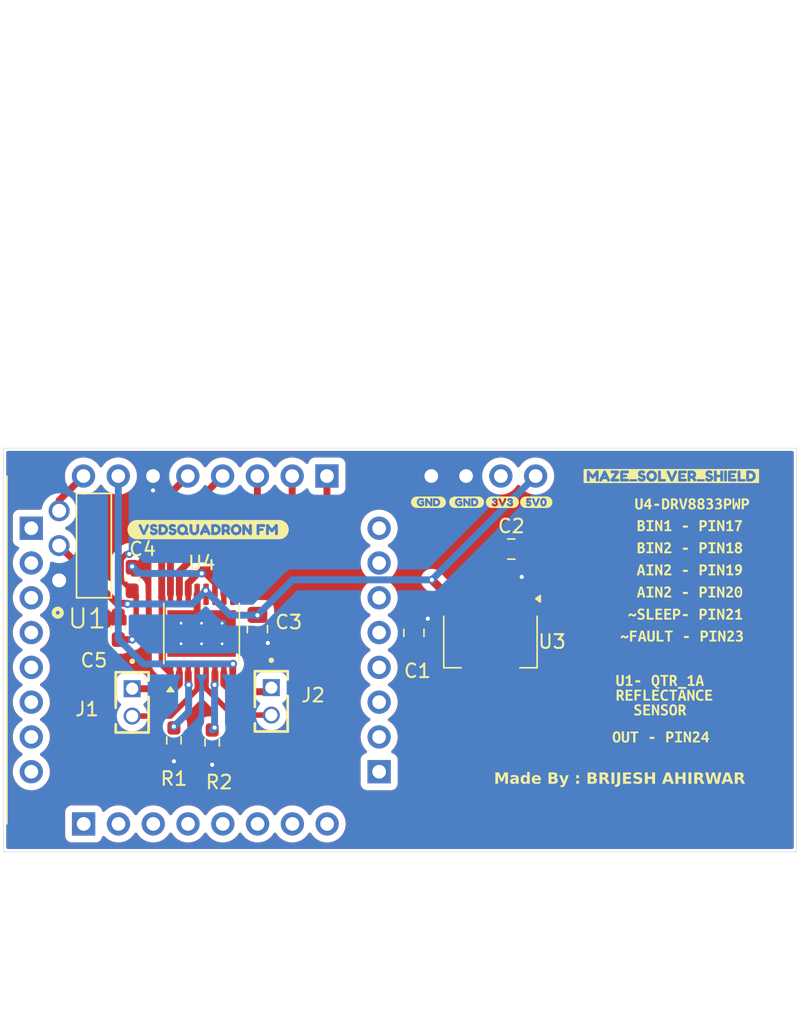
<source format=kicad_pcb>
(kicad_pcb (version 20240108) (generator "pcbnew") (generator_version "8.0")
  (layers (0 "F.Cu" signal) (1 "In1.Cu" signal) (2 "In2.Cu" signal) (31 "B.Cu" signal) (34 "B.Paste" user) (35 "F.Paste" user) (36 "B.SilkS" user "B.Silkscreen") (37 "F.SilkS" user "F.Silkscreen") (38 "B.Mask" user) (39 "F.Mask" user) (44 "Edge.Cuts" user))
  (net 0 "")
  (net 1 "GND")
  (net 26 "+5V")
  (net 27 "+3.3V")
  (net 28 "Net-(U4-AOUT1)")
  (net 29 "Net-(U4-AOUT2)")
  (net 30 "Net-(U4-BOUT1)")
  (net 31 "Net-(U4-BOUT2)")
  (net 32 "Net-(U4-AISEN)")
  (net 33 "Net-(U4-BISEN)")
  (net 34 "/OUT")
  (net 35 "/BIN2")
  (net 36 "/AIN2")
  (net 37 "/~SLEEP")
  (net 38 "/~FAULT")
  (net 39 "/BIN1")
  (net 40 "/AIN1")
  (footprint "Package_SO:HTSSOP-16-1EP_4.4x5mm_P0.65mm_EP3.4x5mm_Mask2.46x2.31mm_ThermalVias" (layer "F.Cu") (at 126.989 101.6685 90)
    (property "Reference" "U4" (at 5.1485 0.011 180) (layer "F.SilkS"))
    (property "Value" "DRV8833PWP")
    (pad "1" smd roundrect (at -2.8625 -2.275 90) (size 1.575 0.4) (layers "F.Cu" "F.Paste" "F.Mask") (net 37 "/~SLEEP"))
    (pad "2" smd roundrect (at -2.8625 -1.625 90) (size 1.575 0.4) (layers "F.Cu" "F.Paste" "F.Mask") (net 28 "Net-(U4-AOUT1)"))
    (pad "3" smd roundrect (at -2.8625 -0.975 90) (size 1.575 0.4) (layers "F.Cu" "F.Paste" "F.Mask") (net 32 "Net-(U4-AISEN)"))
    (pad "4" smd roundrect (at -2.8625 -0.325 90) (size 1.575 0.4) (layers "F.Cu" "F.Paste" "F.Mask") (net 29 "Net-(U4-AOUT2)"))
    (pad "5" smd roundrect (at -2.8625 0.325 90) (size 1.575 0.4) (layers "F.Cu" "F.Paste" "F.Mask") (net 31 "Net-(U4-BOUT2)"))
    (pad "6" smd roundrect (at -2.8625 0.975 90) (size 1.575 0.4) (layers "F.Cu" "F.Paste" "F.Mask") (net 33 "Net-(U4-BISEN)"))
    (pad "7" smd roundrect (at -2.8625 1.625 90) (size 1.575 0.4) (layers "F.Cu" "F.Paste" "F.Mask") (net 30 "Net-(U4-BOUT1)"))
    (pad "8" smd roundrect (at -2.8625 2.275 90) (size 1.575 0.4) (layers "F.Cu" "F.Paste" "F.Mask") (net 38 "/~FAULT"))
    (pad "9" smd roundrect (at 2.8625 2.275 90) (size 1.575 0.4) (layers "F.Cu" "F.Paste" "F.Mask") (net 39 "/BIN1"))
    (pad "10" smd roundrect (at 2.8625 1.625 90) (size 1.575 0.4) (layers "F.Cu" "F.Paste" "F.Mask") (net 35 "/BIN2"))
    (pad "11" smd roundrect (at 2.8625 0.975 90) (size 1.575 0.4) (layers "F.Cu" "F.Paste" "F.Mask") (net 27 "+3.3V"))
    (pad "12" smd roundrect (at 2.8625 0.325 90) (size 1.575 0.4) (layers "F.Cu" "F.Paste" "F.Mask") (net 26 "+5V"))
    (pad "13" smd roundrect (at 2.8625 -0.325 90) (size 1.575 0.4) (layers "F.Cu" "F.Paste" "F.Mask") (net 1 "GND"))
    (pad "14" smd roundrect (at 2.8625 -0.975 90) (size 1.575 0.4) (layers "F.Cu" "F.Paste" "F.Mask") (net 27 "+3.3V"))
    (pad "15" smd roundrect (at 2.8625 -1.625 90) (size 1.575 0.4) (layers "F.Cu" "F.Paste" "F.Mask") (net 36 "/AIN2"))
    (pad "16" smd roundrect (at 2.8625 -2.275 90) (size 1.575 0.4) (layers "F.Cu" "F.Paste" "F.Mask") (net 40 "/AIN1"))
    (pad "17" thru_hole circle (at -0.75 -1.5 90) (size 0.5 0.5) (drill 0.2) (property pad_prop_heatsink) (layers "*.Cu") (net 1 "GND"))
    (pad "17" thru_hole circle (at -0.75 0 90) (size 0.5 0.5) (drill 0.2) (property pad_prop_heatsink) (layers "*.Cu") (net 1 "GND"))
    (pad "17" thru_hole circle (at -0.75 1.5 90) (size 0.5 0.5) (drill 0.2) (property pad_prop_heatsink) (layers "*.Cu") (net 1 "GND"))
    (pad "17" smd rect (at 0 0 90) (size 2 3.5) (property pad_prop_heatsink) (layers "B.Cu") (net 1 "GND"))
    (pad "17" smd rect (at 0 0 90) (size 3.4 5) (property pad_prop_heatsink) (layers "F.Cu") (net 1 "GND"))
    (pad "17" thru_hole circle (at 0.75 -1.5 90) (size 0.5 0.5) (drill 0.2) (property pad_prop_heatsink) (layers "*.Cu") (net 1 "GND"))
    (pad "17" thru_hole circle (at 0.75 0 90) (size 0.5 0.5) (drill 0.2) (property pad_prop_heatsink) (layers "*.Cu") (net 1 "GND"))
    (pad "17" thru_hole circle (at 0.75 1.5 90) (size 0.5 0.5) (drill 0.2) (property pad_prop_heatsink) (layers "*.Cu") (net 1 "GND"))
  )
  (footprint "Capacitor_SMD:C_0805_2012Metric_Pad1.18x1.45mm_HandSolder" (layer "F.Cu") (at 142.494 101.6215 90)
    (property "Reference" "C1" (at -2.7725 0.254 180) (layer "F.SilkS"))
    (property "Value" "10uF")
    (pad "1" smd roundrect (at -1.0375 0 90) (size 1.175 1.45) (layers "F.Cu" "F.Paste" "F.Mask") (roundrect_rratio 0.212766) (net 26 "+5V"))
    (pad "2" smd roundrect (at 1.0375 0 90) (size 1.175 1.45) (layers "F.Cu" "F.Paste" "F.Mask") (roundrect_rratio 0.212766) (net 1 "GND"))
  )
  (footprint "kibuzzard-678D50DF" (layer "F.Cu") (at 162.814 92.202)
    (property "Reference" "kibuzzard-678D50DF" (hide yes))
    (property "Value" "G***" (hide yes))
  )
  (footprint "SAMTEC_MTMM-102-03-T-S-121:SAMTEC_MTMM-102-03-T-S-121" (layer "F.Cu") (at 132.08 105.622 -90)
    (property "Reference" "J2" (at 0.55 -3.048 180) (layer "F.SilkS"))
    (property "Value" "MTMM-102-03-T-S-121")
    (pad "01" thru_hole rect (at 0 0 270) (size 1.24 1.24) (drill 0.89) (layers "*.Cu" "*.Mask") (net 30 "Net-(U4-BOUT1)"))
    (pad "02" thru_hole circle (at 2 0 270) (size 1.24 1.24) (drill 0.89) (layers "*.Cu" "*.Mask") (net 31 "Net-(U4-BOUT2)"))
  )
  (footprint "kibuzzard-678D512F" (layer "F.Cu") (at 160.782 106.172)
    (property "Reference" "kibuzzard-678D512F" (hide yes))
    (property "Value" "G***" (hide yes))
  )
  (footprint "Capacitor_SMD:C_0603_1608Metric_Pad1.08x0.95mm_HandSolder" (layer "F.Cu") (at 121.92 97.6895 -90)
    (property "Reference" "C4" (at -2.1855 -0.762 180) (layer "F.SilkS"))
    (property "Value" "2.2uF")
    (pad "1" smd roundrect (at -0.8625 0 270) (size 1.075 0.95) (layers "F.Cu" "F.Paste" "F.Mask") (net 27 "+3.3V"))
    (pad "2" smd roundrect (at 0.8625 0 270) (size 1.075 0.95) (layers "F.Cu" "F.Paste" "F.Mask") (net 1 "GND"))
  )
  (footprint "Capacitor_SMD:C_0805_2012Metric_Pad1.18x1.45mm_HandSolder" (layer "F.Cu") (at 149.606 95.504)
    (property "Reference" "C2" (at 0 -1.68 0) (layer "F.SilkS"))
    (property "Value" "22uF")
    (pad "1" smd roundrect (at -1.0375 0) (size 1.175 1.45) (layers "F.Cu" "F.Paste" "F.Mask") (roundrect_rratio 0.212766) (net 27 "+3.3V"))
    (pad "2" smd roundrect (at 1.0375 0) (size 1.175 1.45) (layers "F.Cu" "F.Paste" "F.Mask") (roundrect_rratio 0.212766) (net 1 "GND"))
  )
  (footprint "SAMTEC_MTMM-102-03-T-S-121:SAMTEC_MTMM-102-03-T-S-121" (layer "F.Cu") (at 121.92 105.696 -90)
    (property "Reference" "J1" (at 1.492 3.302 180) (layer "F.SilkS"))
    (property "Value" "MTMM-102-03-T-S-121")
    (pad "01" thru_hole rect (at 0 0 270) (size 1.24 1.24) (drill 0.89) (layers "*.Cu" "*.Mask") (net 28 "Net-(U4-AOUT1)"))
    (pad "02" thru_hole circle (at 2 0 270) (size 1.24 1.24) (drill 0.89) (layers "*.Cu" "*.Mask") (net 29 "Net-(U4-AOUT2)"))
  )
  (footprint "kibuzzard-678D4792" (layer "F.Cu") (at 160.528 109.22)
    (property "Reference" "kibuzzard-678D4792" (hide yes))
    (property "Value" "G***" (hide yes))
  )
  (footprint "Package_TO_SOT_SMD:SOT-223-3_TabPin2" (layer "F.Cu") (at 148.082 102.26 -90)
    (property "Reference" "U3" (at 0 -4.5 180) (layer "F.SilkS"))
    (property "Value" "AMS1117-3.3")
    (pad "1" smd roundrect (at -3.15 -2.3 270) (size 2 1.5) (layers "F.Cu" "F.Paste" "F.Mask") (net 1 "GND"))
    (pad "2" smd roundrect (at -3.15 0 270) (size 2 1.5) (layers "F.Cu" "F.Paste" "F.Mask") (net 27 "+3.3V"))
    (pad "2" smd roundrect (at 3.15 0 270) (size 2 3.8) (layers "F.Cu" "F.Paste" "F.Mask") (net 27 "+3.3V"))
    (pad "3" smd roundrect (at -3.15 2.3 270) (size 2 1.5) (layers "F.Cu" "F.Paste" "F.Mask") (net 26 "+5V"))
  )
  (footprint "Capacitor_SMD:C_0805_2012Metric_Pad1.18x1.45mm_HandSolder" (layer "F.Cu") (at 131.064 101.346 -90)
    (property "Reference" "C3" (at -0.508 -2.286 180) (layer "F.SilkS"))
    (property "Value" "10uF")
    (pad "1" smd roundrect (at -1.0375 0 270) (size 1.175 1.45) (layers "F.Cu" "F.Paste" "F.Mask") (roundrect_rratio 0.212766) (net 26 "+5V"))
    (pad "2" smd roundrect (at 1.0375 0 270) (size 1.175 1.45) (layers "F.Cu" "F.Paste" "F.Mask") (roundrect_rratio 0.212766) (net 1 "GND"))
  )
  (footprint "kibuzzard-678D442E" (layer "F.Cu") (at 162.306 97.028)
    (property "Reference" "kibuzzard-678D442E" (hide yes))
    (property "Value" "G***" (hide yes))
  )
  (footprint "kibuzzard-678D4539" (layer "F.Cu") (at 162.052 101.854)
    (property "Reference" "kibuzzard-678D4539" (hide yes))
    (property "Value" "G***" (hide yes))
  )
  (footprint "Resistor_SMD:R_0603_1608Metric_Pad0.98x0.95mm_HandSolder" (layer "F.Cu") (at 124.968 109.474 -90)
    (property "Reference" "R1" (at 2.794 0 180) (layer "F.SilkS"))
    (property "Value" "0.1ohm")
    (pad "1" smd roundrect (at -0.9125 0 270) (size 0.975 0.95) (layers "F.Cu" "F.Paste" "F.Mask") (net 32 "Net-(U4-AISEN)"))
    (pad "2" smd roundrect (at 0.9125 0 270) (size 0.975 0.95) (layers "F.Cu" "F.Paste" "F.Mask") (net 1 "GND"))
  )
  (footprint "Capacitor_SMD:C_0603_1608Metric_Pad1.08x0.95mm_HandSolder" (layer "F.Cu") (at 120.904 101.2455 -90)
    (property "Reference" "C5" (at 2.3865 1.778 180) (layer "F.SilkS"))
    (property "Value" "0.01uF")
    (pad "1" smd roundrect (at -0.8625 0 270) (size 1.075 0.95) (layers "F.Cu" "F.Paste" "F.Mask") (net 27 "+3.3V"))
    (pad "2" smd roundrect (at 0.8625 0 270) (size 1.075 0.95) (layers "F.Cu" "F.Paste" "F.Mask") (net 1 "GND"))
  )
  (footprint "Resistor_SMD:R_0603_1608Metric_Pad0.98x0.95mm_HandSolder" (layer "F.Cu") (at 127.762 109.6245 -90)
    (property "Reference" "R2" (at 2.8975 -0.508 180) (layer "F.SilkS"))
    (property "Value" "0.1ohm")
    (pad "1" smd roundrect (at -0.9125 0 270) (size 0.975 0.95) (layers "F.Cu" "F.Paste" "F.Mask") (net 33 "Net-(U4-BISEN)"))
    (pad "2" smd roundrect (at 0.9125 0 270) (size 0.975 0.95) (layers "F.Cu" "F.Paste" "F.Mask") (net 1 "GND"))
  )
  (footprint "kibuzzard-678D44E9" (layer "F.Cu") (at 161.29 90.17)
    (property "Reference" "kibuzzard-678D44E9" (hide yes))
    (property "Value" "G***" (hide yes))
  )
  (footprint "SENSOR_QTR-1A_REFLECTANCE_SENSOR:SENSOR_QTR-1A_REFLECTANCE_SENSOR" (layer "F.Cu") (at 119.126 95.25 90)
    (property "Reference" "U1" (at -5.334 -0.508 180) (layer "F.SilkS") (effects (font (size 1.400748 1.400748))))
    (property "Value" "QTR-1A_REFLECTANCE_SENSOR")
    (pad "1" thru_hole rect (at -2.54 -2.54 90) (size 1.53 1.53) (drill 1.02) (layers "*.Cu" "*.Mask") (net 1 "GND"))
    (pad "2" thru_hole circle (at 0 -2.54 90) (size 1.53 1.53) (drill 1.02) (layers "*.Cu" "*.Mask") (net 26 "+5V"))
    (pad "3" thru_hole circle (at 2.54 -2.54 90) (size 1.53 1.53) (drill 1.02) (layers "*.Cu" "*.Mask") (net 34 "/OUT"))
  )
  (footprint "VSDsquadron_FM:VSDSquadron_FM" (layer "F.Cu") (at 127.304764 102.851764)
    (property "Reference" "U2" (hide yes))
    (property "Value" "VSDSquadron FM" (hide yes))
    (pad "1" thru_hole rect (at -8.925764 12.718236 90) (size 1.7 1.7) (drill 1) (layers "*.Cu" "*.Mask"))
    (pad "2" thru_hole oval (at -6.385764 12.718236 90) (size 1.7 1.7) (drill 1) (layers "*.Cu" "*.Mask"))
    (pad "3" thru_hole oval (at -3.845764 12.718236 90) (size 1.7 1.7) (drill 1) (layers "*.Cu" "*.Mask"))
    (pad "4" thru_hole oval (at -1.305764 12.718236 90) (size 1.7 1.7) (drill 1) (layers "*.Cu" "*.Mask"))
    (pad "5" thru_hole oval (at 1.234236 12.718236 90) (size 1.7 1.7) (drill 1) (layers "*.Cu" "*.Mask"))
    (pad "6" thru_hole oval (at 3.774236 12.718236 90) (size 1.7 1.7) (drill 1) (layers "*.Cu" "*.Mask"))
    (pad "7" thru_hole oval (at 6.314236 12.718236 90) (size 1.7 1.7) (drill 1) (layers "*.Cu" "*.Mask"))
    (pad "8" thru_hole oval (at 8.854236 12.718236 90) (size 1.7 1.7) (drill 1) (layers "*.Cu" "*.Mask"))
    (pad "9" thru_hole rect (at 12.649236 8.908236 180) (size 1.7 1.7) (drill 1) (layers "*.Cu" "*.Mask"))
    (pad "10" thru_hole oval (at 12.649236 6.368236 180) (size 1.7 1.7) (drill 1) (layers "*.Cu" "*.Mask"))
    (pad "11" thru_hole oval (at 12.649236 3.828236 180) (size 1.7 1.7) (drill 1) (layers "*.Cu" "*.Mask"))
    (pad "12" thru_hole oval (at 12.649236 1.288236 180) (size 1.7 1.7) (drill 1) (layers "*.Cu" "*.Mask"))
    (pad "13" thru_hole oval (at 12.649236 -1.251764 180) (size 1.7 1.7) (drill 1) (layers "*.Cu" "*.Mask"))
    (pad "14" thru_hole oval (at 12.649236 -3.791764 180) (size 1.7 1.7) (drill 1) (layers "*.Cu" "*.Mask"))
    (pad "15" thru_hole oval (at 12.649236 -6.331764 180) (size 1.7 1.7) (drill 1) (layers "*.Cu" "*.Mask"))
    (pad "16" thru_hole oval (at 12.649236 -8.871764 180) (size 1.7 1.7) (drill 1) (layers "*.Cu" "*.Mask"))
    (pad "17" thru_hole rect (at 8.839236 -12.681764 270) (size 1.7 1.7) (drill 1) (layers "*.Cu" "*.Mask") (net 39 "/BIN1"))
    (pad "18" thru_hole oval (at 6.299236 -12.681764 270) (size 1.7 1.7) (drill 1) (layers "*.Cu" "*.Mask") (net 35 "/BIN2"))
    (pad "19" thru_hole oval (at 3.759236 -12.681764 270) (size 1.7 1.7) (drill 1) (layers "*.Cu" "*.Mask") (net 36 "/AIN2"))
    (pad "20" thru_hole oval (at 1.219236 -12.681764 270) (size 1.7 1.7) (drill 1) (layers "*.Cu" "*.Mask") (net 40 "/AIN1"))
    (pad "21" thru_hole oval (at -1.320764 -12.681764 270) (size 1.7 1.7) (drill 1) (layers "*.Cu" "*.Mask") (net 37 "/~SLEEP"))
    (pad "22" thru_hole oval (at -3.860764 -12.681764 270) (size 1.7 1.7) (drill 1) (layers "*.Cu" "*.Mask") (net 1 "GND"))
    (pad "23" thru_hole oval (at -6.400764 -12.681764 270) (size 1.7 1.7) (drill 1) (layers "*.Cu" "*.Mask") (net 38 "/~FAULT"))
    (pad "24" thru_hole oval (at -8.940764 -12.681764 270) (size 1.7 1.7) (drill 1) (layers "*.Cu" "*.Mask") (net 34 "/OUT"))
    (pad "25" thru_hole rect (at -12.750764 -8.871764) (size 1.7 1.7) (drill 1) (layers "*.Cu" "*.Mask"))
    (pad "26" thru_hole oval (at -12.750764 -6.331764) (size 1.7 1.7) (drill 1) (layers "*.Cu" "*.Mask"))
    (pad "27" thru_hole oval (at -12.750764 -3.791764) (size 1.7 1.7) (drill 1) (layers "*.Cu" "*.Mask"))
    (pad "28" thru_hole oval (at -12.750764 -1.251764) (size 1.7 1.7) (drill 1) (layers "*.Cu" "*.Mask"))
    (pad "29" thru_hole oval (at -12.750764 1.288236) (size 1.7 1.7) (drill 1) (layers "*.Cu" "*.Mask"))
    (pad "30" thru_hole oval (at -12.750764 3.828236) (size 1.7 1.7) (drill 1) (layers "*.Cu" "*.Mask"))
    (pad "31" thru_hole oval (at -12.750764 6.368236) (size 1.7 1.7) (drill 1) (layers "*.Cu" "*.Mask"))
    (pad "32" thru_hole oval (at -12.750764 8.908236) (size 1.7 1.7) (drill 1) (layers "*.Cu" "*.Mask"))
    (pad "33" thru_hole rect (at 16.459236 -12.681764 90) (size 1.7 1.7) (drill 1) (layers "*.Cu" "*.Mask") (net 1 "GND"))
    (pad "34" thru_hole oval (at 18.999236 -12.681764 90) (size 1.7 1.7) (drill 1) (layers "*.Cu" "*.Mask") (net 1 "GND"))
    (pad "35" thru_hole oval (at 21.539236 -12.681764 90) (size 1.7 1.7) (drill 1) (layers "*.Cu" "*.Mask"))
    (pad "36" thru_hole oval (at 24.079236 -12.681764 90) (size 1.7 1.7) (drill 1) (layers "*.Cu" "*.Mask") (net 26 "+5V"))
  )
  (gr_line (start 170.434 117.602) (end 170.434 88.138) (stroke (width 0.0381)) (layer "Edge.Cuts"))
  (gr_line (start 112.522 88.138) (end 112.522 117.602) (stroke (width 0.0381)) (layer "Edge.Cuts"))
  (gr_line (start 112.522 117.602) (end 170.434 117.602) (stroke (width 0.0381)) (layer "Edge.Cuts"))
  (gr_line (start 170.434 88.138) (end 112.522 88.138) (stroke (width 0.0381)) (layer "Edge.Cuts"))
  (gr_text "Made By : BRIJESH AHIRWAR " (at 148.336 112.776 0) (layer "F.SilkS") (effects (font (size 0.8128 0.8128) (thickness 0.1524) (bold yes) (italic yes)) (justify left bottom)))
  (segment (start 150.6435 97.2605) (end 150.368 97.536) (width 0.6) (layer "F.Cu") (net 1))
  (segment (start 121.92 98.552) (end 122.212 98.844) (width 0.4) (layer "F.Cu") (net 1))
  (segment (start 121.92 98.552) (end 121.118 97.75) (width 0.4) (layer "F.Cu") (net 1))
  (segment (start 150.382 97.55) (end 150.368 97.536) (width 0.6) (layer "F.Cu") (net 1))
  (segment (start 142.24 100.584) (end 142.494 100.584) (width 0.127) (layer "F.Cu") (net 1))
  (segment (start 121.118 97.75) (end 121.118 96.225) (width 0.4) (layer "F.Cu") (net 1))
  (segment (start 127.762 110.537) (end 127.762 111.252) (width 0.508) (layer "F.Cu") (net 1))
  (segment (start 123.444 90.17) (end 123.444 91.22) (width 0.508) (layer "F.Cu") (net 1))
  (segment (start 122.212 98.844) (end 122.212 101.816) (width 0.4) (layer "F.Cu") (net 1))
  (segment (start 120.904 102.108) (end 121.92 102.108) (width 0.508) (layer "F.Cu") (net 1))
  (segment (start 121.4805 95.8625) (end 121.710963 95.8625) (width 0.4) (layer "F.Cu") (net 1))
  (segment (start 150.382 99.11) (end 150.382 97.55) (width 0.6) (layer "F.Cu") (net 1))
  (segment (start 131.8045 102.3835) (end 131.826 102.362) (width 0.508) (layer "F.Cu") (net 1))
  (segment (start 142.494 100.584) (end 143.51 100.584) (width 0.127) (layer "F.Cu") (net 1))
  (segment (start 131.064 102.3835) (end 131.8045 102.3835) (width 0.508) (layer "F.Cu") (net 1))
  (segment (start 122.212 101.816) (end 121.92 102.108) (width 0.4) (layer "F.Cu") (net 1))
  (segment (start 121.118 96.225) (end 121.4805 95.8625) (width 0.4) (layer "F.Cu") (net 1))
  (segment (start 124.968 110.3865) (end 124.968 110.998) (width 0.508) (layer "F.Cu") (net 1))
  (segment (start 126.664 100.5935) (end 126.989 100.9185) (width 0.508) (layer "F.Cu") (net 1))
  (segment (start 126.664 98.806) (end 126.664 100.5935) (width 0.508) (layer "F.Cu") (net 1))
  (segment (start 150.6435 95.504) (end 150.6435 97.2605) (width 0.6) (layer "F.Cu") (net 1))
  (via (at 123.444 91.22) (size 0.6) (drill 0.3) (layers "F.Cu" "B.Cu") (net 1))
  (via (at 127.762 111.252) (size 0.6) (drill 0.3) (layers "F.Cu" "B.Cu") (net 1))
  (via (at 143.51 100.584) (size 0.6) (drill 0.3) (layers "F.Cu" "B.Cu") (net 1))
  (via (at 131.826 102.362) (size 0.6) (drill 0.3) (layers "F.Cu" "B.Cu") (net 1))
  (via (at 124.968 110.998) (size 0.6) (drill 0.3) (layers "F.Cu" "B.Cu") (net 1))
  (via (at 121.92 102.108) (size 0.6) (drill 0.3) (layers "F.Cu" "B.Cu") (net 1))
  (via (at 150.368 97.536) (size 0.6) (drill 0.3) (layers "F.Cu" "B.Cu") (net 1))
  (via (at 121.710963 95.8625) (size 0.6) (drill 0.3) (layers "F.Cu" "B.Cu") (net 1))
  (segment (start 121.585 99.51002) (end 121.53948 99.4645) (width 0.508) (layer "F.Cu") (net 26))
  (segment (start 145.162 99.11) (end 143.803 97.751) (width 0.6) (layer "F.Cu") (net 26))
  (segment (start 121.53948 99.4645) (end 120.8005 99.4645) (width 0.508) (layer "F.Cu") (net 26))
  (segment (start 131.064 100.3085) (end 131.064 100.33) (width 0.4) (layer "F.Cu") (net 26))
  (segment (start 142.494 102.659) (end 145.782 99.371) (width 0.6) (layer "F.Cu") (net 26))
  (segment (start 145.782 99.371) (end 145.782 99.11) (width 0.6) (layer "F.Cu") (net 26))
  (segment (start 127.314 98.559718) (end 127.290999 98.536717) (width 0.508) (layer "F.Cu") (net 26))
  (segment (start 127.314 98.806) (end 127.314 98.559718) (width 0.508) (layer "F.Cu") (net 26))
  (segment (start 120.8005 99.4645) (end 116.586 95.25) (width 0.508) (layer "F.Cu") (net 26))
  (segment (start 145.782 99.11) (end 145.162 99.11) (width 0.6) (layer "F.Cu") (net 26))
  (via (at 127.290999 98.536717) (size 0.6) (drill 0.3) (layers "F.Cu" "B.Cu") (net 26))
  (via (at 121.585 99.51002) (size 0.6) (drill 0.3) (layers "F.Cu" "B.Cu") (net 26))
  (via (at 131.064 100.33) (size 0.6) (drill 0.3) (layers "F.Cu" "B.Cu") (net 26))
  (via (at 143.803 97.751) (size 0.6) (drill 0.3) (layers "F.Cu" "B.Cu") (net 26))
  (segment (start 129.084282 100.33) (end 131.064 100.33) (width 0.508) (layer "B.Cu") (net 26))
  (segment (start 127.290999 98.536717) (end 129.084282 100.33) (width 0.508) (layer "B.Cu") (net 26))
  (segment (start 121.585 99.51002) (end 126.317696 99.51002) (width 0.508) (layer "B.Cu") (net 26))
  (segment (start 126.317696 99.51002) (end 127.290999 98.536717) (width 0.508) (layer "B.Cu") (net 26))
  (segment (start 133.643 97.751) (end 143.803 97.751) (width 0.508) (layer "B.Cu") (net 26))
  (segment (start 143.803 97.751) (end 151.384 90.17) (width 0.508) (layer "B.Cu") (net 26))
  (segment (start 131.064 100.33) (end 133.643 97.751) (width 0.508) (layer "B.Cu") (net 26))
  (segment (start 126.014 97.985492) (end 126.717492 97.282) (width 0.508) (layer "F.Cu") (net 27))
  (segment (start 127.964 98.806) (end 127.964 98.018501) (width 0.4) (layer "F.Cu") (net 27))
  (segment (start 126.717492 97.282) (end 127 97.282) (width 0.508) (layer "F.Cu") (net 27))
  (segment (start 126.014 98.806) (end 126.014 97.985492) (width 0.508) (layer "F.Cu") (net 27))
  (segment (start 127.964 98.018501) (end 127.227499 97.282) (width 0.4) (layer "F.Cu") (net 27))
  (segment (start 127.227499 97.282) (end 127 97.282) (width 0.4) (layer "F.Cu") (net 27))
  (via (at 121.92 96.774) (size 0.6) (drill 0.3) (layers "F.Cu" "B.Cu") (net 27))
  (via (at 127 97.282) (size 0.6) (drill 0.3) (layers "F.Cu" "B.Cu") (net 27))
  (segment (start 127 97.282) (end 122.428 97.282) (width 0.508) (layer "B.Cu") (net 27))
  (segment (start 122.428 97.282) (end 121.92 96.774) (width 0.508) (layer "B.Cu") (net 27))
  (segment (start 121.9235 105.6995) (end 121.92 105.696) (width 0.508) (layer "F.Cu") (net 28))
  (segment (start 125.364 104.531) (end 125.364 105.351508) (width 0.508) (layer "F.Cu") (net 28))
  (segment (start 125.364 105.351508) (end 125.016008 105.6995) (width 0.508) (layer "F.Cu") (net 28))
  (segment (start 125.016008 105.6995) (end 121.9235 105.6995) (width 0.508) (layer "F.Cu") (net 28))
  (segment (start 126.66899 104.53599) (end 126.66899 105.74101) (width 0.4) (layer "F.Cu") (net 29))
  (segment (start 124.714 107.696) (end 121.92 107.696) (width 0.4) (layer "F.Cu") (net 29))
  (segment (start 126.66899 105.74101) (end 124.714 107.696) (width 0.4) (layer "F.Cu") (net 29))
  (segment (start 126.664 104.531) (end 126.66899 104.53599) (width 0.4) (layer "F.Cu") (net 29))
  (segment (start 129.180492 105.918) (end 131.784 105.918) (width 0.508) (layer "F.Cu") (net 30))
  (segment (start 128.614 104.531) (end 128.614 105.351508) (width 0.508) (layer "F.Cu") (net 30))
  (segment (start 131.784 105.918) (end 132.08 105.622) (width 0.508) (layer "F.Cu") (net 30))
  (segment (start 128.614 105.351508) (end 129.180492 105.918) (width 0.508) (layer "F.Cu") (net 30))
  (segment (start 129.25372 107.622) (end 132.08 107.622) (width 0.4) (layer "F.Cu") (net 31))
  (segment (start 127.314 104.531) (end 127.309234 104.535766) (width 0.4) (layer "F.Cu") (net 31))
  (segment (start 127.309234 105.677514) (end 129.25372 107.622) (width 0.4) (layer "F.Cu") (net 31))
  (segment (start 127.309234 104.535766) (end 127.309234 105.677514) (width 0.4) (layer "F.Cu") (net 31))
  (segment (start 126.014 104.531) (end 126.014 105.387481) (width 0.508) (layer "F.Cu") (net 32))
  (segment (start 124.968 108.5615) (end 124.968 108.458) (width 0.508) (layer "F.Cu") (net 32))
  (segment (start 126.014 105.387481) (end 126.04199 105.415471) (width 0.508) (layer "F.Cu") (net 32))
  (via (at 126.04199 105.415471) (size 0.6) (drill 0.3) (layers "F.Cu" "B.Cu") (net 32))
  (via (at 124.968 108.458) (size 0.6) (drill 0.3) (layers "F.Cu" "B.Cu") (net 32))
  (segment (start 126.04199 107.38401) (end 124.968 108.458) (width 0.508) (layer "B.Cu") (net 32))
  (segment (start 126.04199 105.415471) (end 126.04199 107.38401) (width 0.508) (layer "B.Cu") (net 32))
  (segment (start 127.964 104.531) (end 127.964 105.390036) (width 0.508) (layer "F.Cu") (net 33))
  (segment (start 127.762 108.712) (end 127.936234 108.537766) (width 0.508) (layer "F.Cu") (net 33))
  (segment (start 127.964 105.390036) (end 127.936234 105.417802) (width 0.508) (layer "F.Cu") (net 33))
  (via (at 127.936234 105.417802) (size 0.6) (drill 0.3) (layers "F.Cu" "B.Cu") (net 33))
  (via (at 127.936234 108.537766) (size 0.6) (drill 0.3) (layers "F.Cu" "B.Cu") (net 33))
  (segment (start 127.936234 108.537766) (end 127.762 108.712) (width 0.508) (layer "B.Cu") (net 33))
  (segment (start 127.936234 105.417802) (end 127.936234 108.537766) (width 0.508) (layer "B.Cu") (net 33))
  (segment (start 116.586 92.71) (end 116.586 91.948) (width 0.508) (layer "F.Cu") (net 34))
  (segment (start 116.586 91.948) (end 118.364 90.17) (width 0.508) (layer "F.Cu") (net 34))
  (segment (start 133.604 92.995492) (end 133.604 90.17) (width 0.508) (layer "F.Cu") (net 35))
  (segment (start 128.614 97.985492) (end 133.604 92.995492) (width 0.508) (layer "F.Cu") (net 35))
  (segment (start 128.614 98.806) (end 128.614 97.985492) (width 0.508) (layer "F.Cu") (net 35))
  (segment (start 125.364 98.806) (end 125.364 97.14) (width 0.508) (layer "F.Cu") (net 36))
  (segment (start 131.064 92.583) (end 131.064 90.17) (width 0.508) (layer "F.Cu") (net 36))
  (segment (start 126.492 96.012) (end 127.635 96.012) (width 0.508) (layer "F.Cu") (net 36))
  (segment (start 127.635 96.012) (end 131.064 92.583) (width 0.508) (layer "F.Cu") (net 36))
  (segment (start 125.364 97.14) (end 126.492 96.012) (width 0.508) (layer "F.Cu") (net 36))
  (segment (start 124.079 92.075) (end 125.984 90.17) (width 0.508) (layer "F.Cu") (net 37))
  (segment (start 124.079 99.069026) (end 124.079 92.075) (width 0.508) (layer "F.Cu") (net 37))
  (segment (start 124.108 99.098026) (end 124.079 99.069026) (width 0.508) (layer "F.Cu") (net 37))
  (segment (start 124.108 103.925) (end 124.108 99.098026) (width 0.508) (layer "F.Cu") (net 37))
  (segment (start 124.714 104.531) (end 124.108 103.925) (width 0.508) (layer "F.Cu") (net 37))
  (segment (start 129.264 104.531) (end 129.264 103.908) (width 0.508) (layer "F.Cu") (net 38))
  (segment (start 129.264 103.908) (end 129.286 103.886) (width 0.508) (layer "F.Cu") (net 38))
  (via (at 129.286 103.886) (size 0.6) (drill 0.3) (layers "F.Cu" "B.Cu") (net 38))
  (segment (start 120.904 102.05508) (end 120.904 90.17) (width 0.508) (layer "B.Cu") (net 38))
  (segment (start 129.286 103.886) (end 122.73492 103.886) (width 0.508) (layer "B.Cu") (net 38))
  (segment (start 122.73492 103.886) (end 120.904 102.05508) (width 0.508) (layer "B.Cu") (net 38))
  (segment (start 129.264 98.806) (end 136.144 91.926) (width 0.508) (layer "F.Cu") (net 39))
  (segment (start 136.144 91.926) (end 136.144 90.17) (width 0.508) (layer "F.Cu") (net 39))
  (segment (start 124.714 98.806) (end 124.714 93.98) (width 0.508) (layer "F.Cu") (net 40))
  (segment (start 124.714 93.98) (end 128.524 90.17) (width 0.508) (layer "F.Cu") (net 40))
  (zone (net 27) (net_name "+3.3V") (layer "F.Cu") (priority 1) (connect_pads yes (clearance 0.5)) (min_thickness 0.25) (fill yes (thermal_gap 0.5) (thermal_bridge_width 0.5) (smoothing fillet) (radius 0.2032))
    (polygon (pts (xy 112.268 87.884) (xy 112.268 117.856) (xy 170.688 117.856) (xy 170.688 87.884)))
  )
  (zone (net 1) (net_name "GND") (layer "B.Cu") (connect_pads yes (clearance 0.508)) (min_thickness 0.254) (fill yes (thermal_gap 0.5) (thermal_bridge_width 0.5))
    (polygon (pts (xy 112.268 87.884) (xy 112.268 117.856) (xy 170.688 117.856) (xy 170.688 87.884)))
  )
)
</source>
